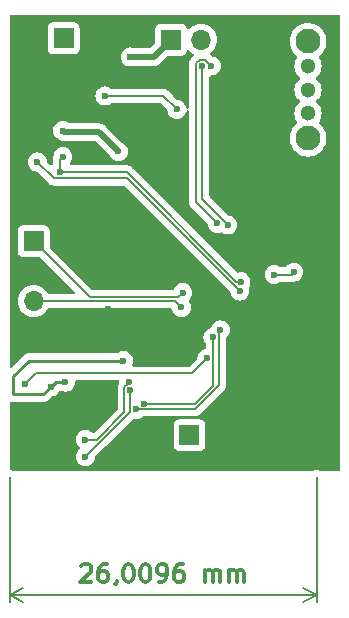
<source format=gbr>
%TF.GenerationSoftware,KiCad,Pcbnew,7.0.9*%
%TF.CreationDate,2024-08-20T21:59:07+03:00*%
%TF.ProjectId,LED-HeadBand,4c45442d-4865-4616-9442-616e642e6b69,rev?*%
%TF.SameCoordinates,Original*%
%TF.FileFunction,Copper,L2,Bot*%
%TF.FilePolarity,Positive*%
%FSLAX46Y46*%
G04 Gerber Fmt 4.6, Leading zero omitted, Abs format (unit mm)*
G04 Created by KiCad (PCBNEW 7.0.9) date 2024-08-20 21:59:07*
%MOMM*%
%LPD*%
G01*
G04 APERTURE LIST*
%ADD10C,0.300000*%
%TA.AperFunction,NonConductor*%
%ADD11C,0.300000*%
%TD*%
%TA.AperFunction,NonConductor*%
%ADD12C,0.200000*%
%TD*%
%TA.AperFunction,ComponentPad*%
%ADD13O,2.000000X1.000000*%
%TD*%
%TA.AperFunction,ComponentPad*%
%ADD14O,1.800000X1.000000*%
%TD*%
%TA.AperFunction,ComponentPad*%
%ADD15R,1.700000X1.700000*%
%TD*%
%TA.AperFunction,ComponentPad*%
%ADD16O,1.700000X1.700000*%
%TD*%
%TA.AperFunction,ComponentPad*%
%ADD17C,2.100000*%
%TD*%
%TA.AperFunction,ComponentPad*%
%ADD18C,1.300000*%
%TD*%
%TA.AperFunction,ComponentPad*%
%ADD19R,1.676403X1.676403*%
%TD*%
%TA.AperFunction,ComponentPad*%
%ADD20C,1.676403*%
%TD*%
%TA.AperFunction,ViaPad*%
%ADD21C,0.600000*%
%TD*%
%TA.AperFunction,Conductor*%
%ADD22C,0.150000*%
%TD*%
%TA.AperFunction,Conductor*%
%ADD23C,0.250000*%
%TD*%
%TA.AperFunction,Conductor*%
%ADD24C,0.500000*%
%TD*%
%TA.AperFunction,Conductor*%
%ADD25C,0.200000*%
%TD*%
G04 APERTURE END LIST*
D10*
D11*
X130079030Y-72044785D02*
X130150458Y-71973357D01*
X130150458Y-71973357D02*
X130293316Y-71901928D01*
X130293316Y-71901928D02*
X130650458Y-71901928D01*
X130650458Y-71901928D02*
X130793316Y-71973357D01*
X130793316Y-71973357D02*
X130864744Y-72044785D01*
X130864744Y-72044785D02*
X130936173Y-72187642D01*
X130936173Y-72187642D02*
X130936173Y-72330500D01*
X130936173Y-72330500D02*
X130864744Y-72544785D01*
X130864744Y-72544785D02*
X130007601Y-73401928D01*
X130007601Y-73401928D02*
X130936173Y-73401928D01*
X132221887Y-71901928D02*
X131936172Y-71901928D01*
X131936172Y-71901928D02*
X131793315Y-71973357D01*
X131793315Y-71973357D02*
X131721887Y-72044785D01*
X131721887Y-72044785D02*
X131579029Y-72259071D01*
X131579029Y-72259071D02*
X131507601Y-72544785D01*
X131507601Y-72544785D02*
X131507601Y-73116214D01*
X131507601Y-73116214D02*
X131579029Y-73259071D01*
X131579029Y-73259071D02*
X131650458Y-73330500D01*
X131650458Y-73330500D02*
X131793315Y-73401928D01*
X131793315Y-73401928D02*
X132079029Y-73401928D01*
X132079029Y-73401928D02*
X132221887Y-73330500D01*
X132221887Y-73330500D02*
X132293315Y-73259071D01*
X132293315Y-73259071D02*
X132364744Y-73116214D01*
X132364744Y-73116214D02*
X132364744Y-72759071D01*
X132364744Y-72759071D02*
X132293315Y-72616214D01*
X132293315Y-72616214D02*
X132221887Y-72544785D01*
X132221887Y-72544785D02*
X132079029Y-72473357D01*
X132079029Y-72473357D02*
X131793315Y-72473357D01*
X131793315Y-72473357D02*
X131650458Y-72544785D01*
X131650458Y-72544785D02*
X131579029Y-72616214D01*
X131579029Y-72616214D02*
X131507601Y-72759071D01*
X133079029Y-73330500D02*
X133079029Y-73401928D01*
X133079029Y-73401928D02*
X133007600Y-73544785D01*
X133007600Y-73544785D02*
X132936172Y-73616214D01*
X134007601Y-71901928D02*
X134150458Y-71901928D01*
X134150458Y-71901928D02*
X134293315Y-71973357D01*
X134293315Y-71973357D02*
X134364744Y-72044785D01*
X134364744Y-72044785D02*
X134436172Y-72187642D01*
X134436172Y-72187642D02*
X134507601Y-72473357D01*
X134507601Y-72473357D02*
X134507601Y-72830500D01*
X134507601Y-72830500D02*
X134436172Y-73116214D01*
X134436172Y-73116214D02*
X134364744Y-73259071D01*
X134364744Y-73259071D02*
X134293315Y-73330500D01*
X134293315Y-73330500D02*
X134150458Y-73401928D01*
X134150458Y-73401928D02*
X134007601Y-73401928D01*
X134007601Y-73401928D02*
X133864744Y-73330500D01*
X133864744Y-73330500D02*
X133793315Y-73259071D01*
X133793315Y-73259071D02*
X133721886Y-73116214D01*
X133721886Y-73116214D02*
X133650458Y-72830500D01*
X133650458Y-72830500D02*
X133650458Y-72473357D01*
X133650458Y-72473357D02*
X133721886Y-72187642D01*
X133721886Y-72187642D02*
X133793315Y-72044785D01*
X133793315Y-72044785D02*
X133864744Y-71973357D01*
X133864744Y-71973357D02*
X134007601Y-71901928D01*
X135436172Y-71901928D02*
X135579029Y-71901928D01*
X135579029Y-71901928D02*
X135721886Y-71973357D01*
X135721886Y-71973357D02*
X135793315Y-72044785D01*
X135793315Y-72044785D02*
X135864743Y-72187642D01*
X135864743Y-72187642D02*
X135936172Y-72473357D01*
X135936172Y-72473357D02*
X135936172Y-72830500D01*
X135936172Y-72830500D02*
X135864743Y-73116214D01*
X135864743Y-73116214D02*
X135793315Y-73259071D01*
X135793315Y-73259071D02*
X135721886Y-73330500D01*
X135721886Y-73330500D02*
X135579029Y-73401928D01*
X135579029Y-73401928D02*
X135436172Y-73401928D01*
X135436172Y-73401928D02*
X135293315Y-73330500D01*
X135293315Y-73330500D02*
X135221886Y-73259071D01*
X135221886Y-73259071D02*
X135150457Y-73116214D01*
X135150457Y-73116214D02*
X135079029Y-72830500D01*
X135079029Y-72830500D02*
X135079029Y-72473357D01*
X135079029Y-72473357D02*
X135150457Y-72187642D01*
X135150457Y-72187642D02*
X135221886Y-72044785D01*
X135221886Y-72044785D02*
X135293315Y-71973357D01*
X135293315Y-71973357D02*
X135436172Y-71901928D01*
X136650457Y-73401928D02*
X136936171Y-73401928D01*
X136936171Y-73401928D02*
X137079028Y-73330500D01*
X137079028Y-73330500D02*
X137150457Y-73259071D01*
X137150457Y-73259071D02*
X137293314Y-73044785D01*
X137293314Y-73044785D02*
X137364743Y-72759071D01*
X137364743Y-72759071D02*
X137364743Y-72187642D01*
X137364743Y-72187642D02*
X137293314Y-72044785D01*
X137293314Y-72044785D02*
X137221886Y-71973357D01*
X137221886Y-71973357D02*
X137079028Y-71901928D01*
X137079028Y-71901928D02*
X136793314Y-71901928D01*
X136793314Y-71901928D02*
X136650457Y-71973357D01*
X136650457Y-71973357D02*
X136579028Y-72044785D01*
X136579028Y-72044785D02*
X136507600Y-72187642D01*
X136507600Y-72187642D02*
X136507600Y-72544785D01*
X136507600Y-72544785D02*
X136579028Y-72687642D01*
X136579028Y-72687642D02*
X136650457Y-72759071D01*
X136650457Y-72759071D02*
X136793314Y-72830500D01*
X136793314Y-72830500D02*
X137079028Y-72830500D01*
X137079028Y-72830500D02*
X137221886Y-72759071D01*
X137221886Y-72759071D02*
X137293314Y-72687642D01*
X137293314Y-72687642D02*
X137364743Y-72544785D01*
X138650457Y-71901928D02*
X138364742Y-71901928D01*
X138364742Y-71901928D02*
X138221885Y-71973357D01*
X138221885Y-71973357D02*
X138150457Y-72044785D01*
X138150457Y-72044785D02*
X138007599Y-72259071D01*
X138007599Y-72259071D02*
X137936171Y-72544785D01*
X137936171Y-72544785D02*
X137936171Y-73116214D01*
X137936171Y-73116214D02*
X138007599Y-73259071D01*
X138007599Y-73259071D02*
X138079028Y-73330500D01*
X138079028Y-73330500D02*
X138221885Y-73401928D01*
X138221885Y-73401928D02*
X138507599Y-73401928D01*
X138507599Y-73401928D02*
X138650457Y-73330500D01*
X138650457Y-73330500D02*
X138721885Y-73259071D01*
X138721885Y-73259071D02*
X138793314Y-73116214D01*
X138793314Y-73116214D02*
X138793314Y-72759071D01*
X138793314Y-72759071D02*
X138721885Y-72616214D01*
X138721885Y-72616214D02*
X138650457Y-72544785D01*
X138650457Y-72544785D02*
X138507599Y-72473357D01*
X138507599Y-72473357D02*
X138221885Y-72473357D01*
X138221885Y-72473357D02*
X138079028Y-72544785D01*
X138079028Y-72544785D02*
X138007599Y-72616214D01*
X138007599Y-72616214D02*
X137936171Y-72759071D01*
X140579027Y-73401928D02*
X140579027Y-72401928D01*
X140579027Y-72544785D02*
X140650456Y-72473357D01*
X140650456Y-72473357D02*
X140793313Y-72401928D01*
X140793313Y-72401928D02*
X141007599Y-72401928D01*
X141007599Y-72401928D02*
X141150456Y-72473357D01*
X141150456Y-72473357D02*
X141221885Y-72616214D01*
X141221885Y-72616214D02*
X141221885Y-73401928D01*
X141221885Y-72616214D02*
X141293313Y-72473357D01*
X141293313Y-72473357D02*
X141436170Y-72401928D01*
X141436170Y-72401928D02*
X141650456Y-72401928D01*
X141650456Y-72401928D02*
X141793313Y-72473357D01*
X141793313Y-72473357D02*
X141864742Y-72616214D01*
X141864742Y-72616214D02*
X141864742Y-73401928D01*
X142579027Y-73401928D02*
X142579027Y-72401928D01*
X142579027Y-72544785D02*
X142650456Y-72473357D01*
X142650456Y-72473357D02*
X142793313Y-72401928D01*
X142793313Y-72401928D02*
X143007599Y-72401928D01*
X143007599Y-72401928D02*
X143150456Y-72473357D01*
X143150456Y-72473357D02*
X143221885Y-72616214D01*
X143221885Y-72616214D02*
X143221885Y-73401928D01*
X143221885Y-72616214D02*
X143293313Y-72473357D01*
X143293313Y-72473357D02*
X143436170Y-72401928D01*
X143436170Y-72401928D02*
X143650456Y-72401928D01*
X143650456Y-72401928D02*
X143793313Y-72473357D01*
X143793313Y-72473357D02*
X143864742Y-72616214D01*
X143864742Y-72616214D02*
X143864742Y-73401928D01*
D12*
X124002800Y-64508000D02*
X124002800Y-75110020D01*
X150012400Y-64508000D02*
X150012400Y-75110020D01*
X124002800Y-74523600D02*
X150012400Y-74523600D01*
X124002800Y-74523600D02*
X150012400Y-74523600D01*
X124002800Y-74523600D02*
X125129304Y-73937179D01*
X124002800Y-74523600D02*
X125129304Y-75110021D01*
X150012400Y-74523600D02*
X148885896Y-75110021D01*
X150012400Y-74523600D02*
X148885896Y-73937179D01*
D13*
%TO.P,U6,1,EP*%
%TO.N,GND*%
X129506075Y-33309959D03*
%TO.P,U6,2,EP*%
X129506075Y-41950041D03*
D14*
%TO.P,U6,3,EP*%
X125325988Y-33309959D03*
%TO.P,U6,4,EP*%
X125325988Y-41950041D03*
%TD*%
D15*
%TO.P,J2,1,Pin_1*%
%TO.N,/Diode_power*%
X137685000Y-27490000D03*
D16*
%TO.P,J2,2,Pin_2*%
%TO.N,/Diode_Cont*%
X140225000Y-27490000D03*
%TO.P,J2,3,Pin_3*%
%TO.N,GND*%
X142765000Y-27490000D03*
%TD*%
D17*
%TO.P,SW2,*%
%TO.N,*%
X149280000Y-35830000D03*
X149280000Y-27630000D03*
D18*
%TO.P,SW2,1,A*%
%TO.N,Net-(SW2A-A)*%
X149280000Y-33730000D03*
%TO.P,SW2,2,B*%
%TO.N,+BATT*%
X149280000Y-31730000D03*
%TO.P,SW2,3,C*%
%TO.N,unconnected-(SW2A-C-Pad3)*%
X149280000Y-29730000D03*
%TD*%
D15*
%TO.P,J1,1,Pin_1*%
%TO.N,/SWCLK*%
X126040000Y-44540000D03*
D16*
%TO.P,J1,2,Pin_2*%
%TO.N,GND*%
X126040000Y-47080000D03*
%TO.P,J1,3,Pin_3*%
%TO.N,/SWDIO*%
X126040000Y-49620000D03*
%TD*%
D15*
%TO.P,BT1,1,+*%
%TO.N,+BATT*%
X128579800Y-27381200D03*
D16*
%TO.P,BT1,2,-*%
%TO.N,GND*%
X126039800Y-27381200D03*
%TD*%
D19*
%TO.P,U7,1,1*%
%TO.N,Net-(C19-Pad1)*%
X139239994Y-60990000D03*
D20*
%TO.P,U7,2,2*%
%TO.N,GND*%
X141780000Y-60990000D03*
%TD*%
D21*
%TO.N,GND*%
X144018000Y-35433000D03*
X127254000Y-29337000D03*
X143510000Y-39624000D03*
X142113000Y-32893000D03*
X134239000Y-31115000D03*
X131064000Y-33020000D03*
X136144000Y-39370000D03*
X146685000Y-52324000D03*
X138498100Y-46244660D03*
X140081000Y-47498000D03*
X136525000Y-44323000D03*
X144907000Y-30480000D03*
X147447000Y-62738000D03*
X150622000Y-62738000D03*
X150622000Y-59944000D03*
X146685000Y-45466000D03*
X132334000Y-50292000D03*
X131064000Y-58062500D03*
%TO.N,/Diode_power*%
X134239000Y-28956000D03*
%TO.N,/MOSFET_Controll*%
X141097000Y-29718000D03*
X141605000Y-43053000D03*
%TO.N,/Diode_Cont*%
X142494000Y-43180000D03*
X140335000Y-29718000D03*
%TO.N,Net-(U5-STAT)*%
X138176000Y-33401000D03*
X132080000Y-32258000D03*
%TO.N,+5V*%
X128509711Y-35192879D03*
X133223000Y-36957000D03*
%TO.N,/USB_DP*%
X128524000Y-37406436D03*
%TO.N,/USB_DM*%
X126365000Y-37846000D03*
X143506146Y-48771854D03*
%TO.N,/USB_DP*%
X128270000Y-38716500D03*
X143599565Y-47990665D03*
%TO.N,/QSPI_SCLK*%
X148082000Y-47174002D03*
X146424958Y-47377042D03*
%TO.N,/SWCLK*%
X138658999Y-48920001D03*
%TO.N,/SWDIO*%
X138557000Y-50165000D03*
%TO.N,+3.3V*%
X128736628Y-56484519D03*
X133650000Y-54660000D03*
X127508000Y-56896000D03*
%TO.N,/MICOUT*%
X125349000Y-56642000D03*
X140716785Y-54483000D03*
%TO.N,/GAIN*%
X135382000Y-58299500D03*
X141230500Y-52705000D03*
%TO.N,/A{slash}R*%
X141859000Y-52070000D03*
X134747000Y-58801000D03*
%TO.N,/TH*%
X130429000Y-61345000D03*
X134096521Y-56437606D03*
%TO.N,/MICBIAS*%
X134239000Y-57150000D03*
X130429000Y-62795000D03*
%TD*%
D22*
%TO.N,GND*%
X132588000Y-50292000D02*
X132842000Y-50546000D01*
X132334000Y-50292000D02*
X132588000Y-50292000D01*
D23*
%TO.N,+3.3V*%
X126873000Y-57531000D02*
X127508000Y-56896000D01*
X124333000Y-57531000D02*
X126873000Y-57531000D01*
X124333000Y-56007000D02*
X124333000Y-57531000D01*
X125680000Y-54660000D02*
X124333000Y-56007000D01*
X133650000Y-54660000D02*
X125680000Y-54660000D01*
D24*
%TO.N,/Diode_power*%
X136219000Y-28956000D02*
X137685000Y-27490000D01*
X134239000Y-28956000D02*
X136219000Y-28956000D01*
D25*
%TO.N,/MOSFET_Controll*%
X140570000Y-29191000D02*
X141097000Y-29718000D01*
X139808000Y-41256000D02*
X139808000Y-29483000D01*
X140100000Y-29191000D02*
X140570000Y-29191000D01*
X141605000Y-43053000D02*
X139808000Y-41256000D01*
X139808000Y-29483000D02*
X140100000Y-29191000D01*
%TO.N,/Diode_Cont*%
X140335000Y-41021000D02*
X142494000Y-43180000D01*
X140335000Y-29718000D02*
X140335000Y-41021000D01*
%TO.N,Net-(U5-STAT)*%
X137033000Y-32258000D02*
X138176000Y-33401000D01*
X132080000Y-32258000D02*
X137033000Y-32258000D01*
D24*
%TO.N,+5V*%
X128656827Y-35339995D02*
X128509711Y-35192879D01*
X131605995Y-35339995D02*
X128656827Y-35339995D01*
X133223000Y-36957000D02*
X131605995Y-35339995D01*
D25*
%TO.N,/USB_DP*%
X128270000Y-37660436D02*
X128524000Y-37406436D01*
X128270000Y-38716500D02*
X128270000Y-37660436D01*
X143215558Y-47990665D02*
X143599565Y-47990665D01*
X133959893Y-38735000D02*
X143215558Y-47990665D01*
X128288500Y-38735000D02*
X133959893Y-38735000D01*
X128270000Y-38716500D02*
X128288500Y-38735000D01*
%TO.N,/USB_DM*%
X133977292Y-39243000D02*
X143506146Y-48771854D01*
X127762000Y-39243000D02*
X133977292Y-39243000D01*
X126365000Y-37846000D02*
X127762000Y-39243000D01*
%TO.N,/QSPI_SCLK*%
X147878960Y-47377042D02*
X148082000Y-47174002D01*
X146424958Y-47377042D02*
X147878960Y-47377042D01*
D22*
%TO.N,/SWCLK*%
X138303000Y-49276000D02*
X130776000Y-49276000D01*
X138658999Y-48920001D02*
X138303000Y-49276000D01*
X130776000Y-49276000D02*
X126040000Y-44540000D01*
%TO.N,/SWDIO*%
X138557000Y-50165000D02*
X138012000Y-49620000D01*
X138012000Y-49620000D02*
X126040000Y-49620000D01*
D23*
%TO.N,+3.3V*%
X128736628Y-56484519D02*
X127919481Y-56484519D01*
X127919481Y-56484519D02*
X127508000Y-56896000D01*
D22*
%TO.N,/MICOUT*%
X139446785Y-55753000D02*
X140716785Y-54483000D01*
X125349000Y-56642000D02*
X126238000Y-55753000D01*
X126238000Y-55753000D02*
X139446785Y-55753000D01*
%TO.N,/GAIN*%
X141218285Y-56774715D02*
X139693500Y-58299500D01*
X139693500Y-58299500D02*
X135382000Y-58299500D01*
X141230500Y-52705000D02*
X141218285Y-52717215D01*
X141218285Y-52717215D02*
X141218285Y-56774715D01*
%TO.N,/A{slash}R*%
X139700000Y-58801000D02*
X134747000Y-58801000D01*
X141732000Y-56769000D02*
X139700000Y-58801000D01*
X141859000Y-52070000D02*
X141732000Y-52197000D01*
X141732000Y-52197000D02*
X141732000Y-56769000D01*
%TO.N,/TH*%
X131441000Y-61345000D02*
X130429000Y-61345000D01*
X133737000Y-59049000D02*
X131441000Y-61345000D01*
X133737000Y-56942064D02*
X133737000Y-59049000D01*
X134031064Y-56648000D02*
X133737000Y-56942064D01*
X134096521Y-56648000D02*
X134031064Y-56648000D01*
X134096521Y-56437606D02*
X134096521Y-56648000D01*
%TO.N,/MICBIAS*%
X134239000Y-58985000D02*
X134239000Y-57150000D01*
X130429000Y-62795000D02*
X134239000Y-58985000D01*
%TD*%
%TA.AperFunction,Conductor*%
%TO.N,GND*%
G36*
X151942539Y-25420185D02*
G01*
X151988294Y-25472989D01*
X151999500Y-25524500D01*
X151999500Y-63875500D01*
X151979815Y-63942539D01*
X151927011Y-63988294D01*
X151875500Y-63999500D01*
X150376242Y-63999500D01*
X150323273Y-63985307D01*
X150322749Y-63986574D01*
X150169162Y-63922956D01*
X150169160Y-63922955D01*
X150012401Y-63902318D01*
X150012399Y-63902318D01*
X149855639Y-63922955D01*
X149855637Y-63922956D01*
X149702051Y-63986574D01*
X149701526Y-63985307D01*
X149648558Y-63999500D01*
X124366642Y-63999500D01*
X124313673Y-63985307D01*
X124313149Y-63986574D01*
X124206839Y-63942539D01*
X124159562Y-63922956D01*
X124110613Y-63916511D01*
X124046718Y-63888245D01*
X124008247Y-63829921D01*
X124002800Y-63793573D01*
X124002800Y-58254680D01*
X124022485Y-58187641D01*
X124075289Y-58141886D01*
X124144447Y-58131942D01*
X124150036Y-58132877D01*
X124194577Y-58141374D01*
X124198362Y-58142219D01*
X124253981Y-58156500D01*
X124262153Y-58156500D01*
X124285385Y-58158696D01*
X124286989Y-58159001D01*
X124293412Y-58160227D01*
X124350724Y-58156621D01*
X124354597Y-58156500D01*
X126790257Y-58156500D01*
X126805877Y-58158224D01*
X126805904Y-58157939D01*
X126813660Y-58158671D01*
X126813667Y-58158673D01*
X126882814Y-58156500D01*
X126912350Y-58156500D01*
X126919228Y-58155630D01*
X126925041Y-58155172D01*
X126971627Y-58153709D01*
X126990869Y-58148117D01*
X127009912Y-58144174D01*
X127029792Y-58141664D01*
X127073122Y-58124507D01*
X127078646Y-58122617D01*
X127082396Y-58121527D01*
X127123390Y-58109618D01*
X127140629Y-58099422D01*
X127158103Y-58090862D01*
X127176727Y-58083488D01*
X127176727Y-58083487D01*
X127176732Y-58083486D01*
X127214449Y-58056082D01*
X127219305Y-58052892D01*
X127259420Y-58029170D01*
X127273589Y-58014999D01*
X127288379Y-58002368D01*
X127304587Y-57990594D01*
X127334299Y-57954676D01*
X127338212Y-57950376D01*
X127566379Y-57722209D01*
X127627700Y-57688726D01*
X127640156Y-57686674D01*
X127687255Y-57681368D01*
X127857522Y-57621789D01*
X128010262Y-57525816D01*
X128137816Y-57398262D01*
X128227435Y-57255633D01*
X128279769Y-57209344D01*
X128348822Y-57198696D01*
X128380477Y-57208165D01*
X128380533Y-57208008D01*
X128383959Y-57209207D01*
X128386226Y-57209885D01*
X128387100Y-57210305D01*
X128387102Y-57210305D01*
X128387106Y-57210308D01*
X128557373Y-57269887D01*
X128557378Y-57269888D01*
X128736624Y-57290084D01*
X128736628Y-57290084D01*
X128736632Y-57290084D01*
X128915877Y-57269888D01*
X128915880Y-57269887D01*
X128915883Y-57269887D01*
X129086150Y-57210308D01*
X129238890Y-57114335D01*
X129366444Y-56986781D01*
X129462417Y-56834041D01*
X129521996Y-56663774D01*
X129521997Y-56663768D01*
X129542193Y-56484522D01*
X129542193Y-56484515D01*
X129540150Y-56466383D01*
X129552204Y-56397562D01*
X129599554Y-56346182D01*
X129663370Y-56328500D01*
X133167850Y-56328500D01*
X133234889Y-56348185D01*
X133280644Y-56400989D01*
X133291070Y-56438618D01*
X133299149Y-56510329D01*
X133287094Y-56579151D01*
X133274307Y-56599695D01*
X133261136Y-56616861D01*
X133255291Y-56624478D01*
X133234300Y-56651833D01*
X133176313Y-56791827D01*
X133176313Y-56791828D01*
X133163940Y-56885815D01*
X133160957Y-56908470D01*
X133160955Y-56908483D01*
X133159540Y-56919236D01*
X133156535Y-56942064D01*
X133160311Y-56970750D01*
X133160969Y-56975742D01*
X133161500Y-56983844D01*
X133161500Y-58759258D01*
X133141815Y-58826297D01*
X133125181Y-58846939D01*
X131238939Y-60733181D01*
X131177616Y-60766666D01*
X131151258Y-60769500D01*
X131036940Y-60769500D01*
X130969901Y-60749815D01*
X130949259Y-60733181D01*
X130931262Y-60715184D01*
X130778523Y-60619211D01*
X130608254Y-60559631D01*
X130608249Y-60559630D01*
X130429004Y-60539435D01*
X130428996Y-60539435D01*
X130249750Y-60559630D01*
X130249745Y-60559631D01*
X130079476Y-60619211D01*
X129926737Y-60715184D01*
X129799184Y-60842737D01*
X129703211Y-60995476D01*
X129643631Y-61165745D01*
X129643630Y-61165750D01*
X129623435Y-61344996D01*
X129623435Y-61345003D01*
X129643630Y-61524249D01*
X129643631Y-61524254D01*
X129703211Y-61694523D01*
X129799184Y-61847262D01*
X129931662Y-61979740D01*
X129930230Y-61981171D01*
X129964673Y-62030258D01*
X129967513Y-62100070D01*
X129932158Y-62160335D01*
X129927877Y-62164044D01*
X129799184Y-62292737D01*
X129703211Y-62445476D01*
X129643631Y-62615745D01*
X129643630Y-62615750D01*
X129623435Y-62794996D01*
X129623435Y-62795003D01*
X129643630Y-62974249D01*
X129643631Y-62974254D01*
X129703211Y-63144523D01*
X129799184Y-63297262D01*
X129926738Y-63424816D01*
X130079478Y-63520789D01*
X130249745Y-63580368D01*
X130249750Y-63580369D01*
X130428996Y-63600565D01*
X130429000Y-63600565D01*
X130429004Y-63600565D01*
X130608249Y-63580369D01*
X130608252Y-63580368D01*
X130608255Y-63580368D01*
X130778522Y-63520789D01*
X130931262Y-63424816D01*
X131058816Y-63297262D01*
X131154789Y-63144522D01*
X131214368Y-62974255D01*
X131228651Y-62847485D01*
X131255717Y-62783072D01*
X131264180Y-62773698D01*
X132161806Y-61876072D01*
X137901292Y-61876072D01*
X137901293Y-61876078D01*
X137907700Y-61935685D01*
X137957994Y-62070530D01*
X137957998Y-62070537D01*
X138044244Y-62185746D01*
X138044247Y-62185749D01*
X138159456Y-62271995D01*
X138159463Y-62271999D01*
X138294309Y-62322293D01*
X138294308Y-62322293D01*
X138301236Y-62323037D01*
X138353919Y-62328702D01*
X140126068Y-62328701D01*
X140185679Y-62322293D01*
X140320527Y-62271998D01*
X140435742Y-62185748D01*
X140521992Y-62070533D01*
X140572287Y-61935685D01*
X140578696Y-61876075D01*
X140578695Y-60103926D01*
X140572287Y-60044315D01*
X140521992Y-59909467D01*
X140521991Y-59909466D01*
X140521989Y-59909462D01*
X140435743Y-59794253D01*
X140435740Y-59794250D01*
X140320531Y-59708004D01*
X140320524Y-59708000D01*
X140185678Y-59657706D01*
X140185679Y-59657706D01*
X140126079Y-59651299D01*
X140126077Y-59651298D01*
X140126069Y-59651298D01*
X140126060Y-59651298D01*
X138353921Y-59651298D01*
X138353915Y-59651299D01*
X138294308Y-59657706D01*
X138159463Y-59708000D01*
X138159456Y-59708004D01*
X138044247Y-59794250D01*
X138044244Y-59794253D01*
X137957998Y-59909462D01*
X137957994Y-59909469D01*
X137907700Y-60044315D01*
X137901293Y-60103914D01*
X137901293Y-60103921D01*
X137901292Y-60103933D01*
X137901292Y-61876072D01*
X132161806Y-61876072D01*
X134426548Y-59611330D01*
X134487869Y-59577847D01*
X134555181Y-59581971D01*
X134567745Y-59586368D01*
X134567750Y-59586368D01*
X134567752Y-59586369D01*
X134746996Y-59606565D01*
X134747000Y-59606565D01*
X134747004Y-59606565D01*
X134926249Y-59586369D01*
X134926252Y-59586368D01*
X134926255Y-59586368D01*
X135096522Y-59526789D01*
X135249262Y-59430816D01*
X135267259Y-59412819D01*
X135328582Y-59379334D01*
X135354940Y-59376500D01*
X139658219Y-59376500D01*
X139666317Y-59377030D01*
X139683813Y-59379334D01*
X139699999Y-59381465D01*
X139700000Y-59381465D01*
X139735785Y-59376754D01*
X139735809Y-59376751D01*
X139737715Y-59376500D01*
X139737720Y-59376500D01*
X139850236Y-59361687D01*
X139990233Y-59303698D01*
X140027329Y-59275233D01*
X140080268Y-59234612D01*
X140080267Y-59234612D01*
X140088360Y-59228403D01*
X140088364Y-59228398D01*
X140110451Y-59211451D01*
X140131138Y-59184489D01*
X140136480Y-59178398D01*
X142109398Y-57205480D01*
X142115489Y-57200138D01*
X142142451Y-57179451D01*
X142165047Y-57150003D01*
X142165610Y-57149269D01*
X142165612Y-57149268D01*
X142234699Y-57059233D01*
X142282097Y-56944803D01*
X142292687Y-56919236D01*
X142307500Y-56806720D01*
X142307500Y-56806714D01*
X142312465Y-56769000D01*
X142308030Y-56735316D01*
X142307500Y-56727219D01*
X142307500Y-52802129D01*
X142327185Y-52735090D01*
X142356976Y-52705607D01*
X142355819Y-52704157D01*
X142361258Y-52699819D01*
X142361259Y-52699817D01*
X142361262Y-52699816D01*
X142488816Y-52572262D01*
X142584789Y-52419522D01*
X142644368Y-52249255D01*
X142649609Y-52202738D01*
X142664565Y-52070003D01*
X142664565Y-52069996D01*
X142644369Y-51890750D01*
X142644368Y-51890745D01*
X142633040Y-51858371D01*
X142584789Y-51720478D01*
X142488816Y-51567738D01*
X142361262Y-51440184D01*
X142208523Y-51344211D01*
X142038254Y-51284631D01*
X142038249Y-51284630D01*
X141859004Y-51264435D01*
X141858996Y-51264435D01*
X141679750Y-51284630D01*
X141679745Y-51284631D01*
X141509476Y-51344211D01*
X141356737Y-51440184D01*
X141229184Y-51567737D01*
X141133209Y-51720480D01*
X141084959Y-51858371D01*
X141044238Y-51915147D01*
X141008873Y-51934457D01*
X140880980Y-51979209D01*
X140728237Y-52075184D01*
X140600684Y-52202737D01*
X140504711Y-52355476D01*
X140445131Y-52525745D01*
X140445130Y-52525750D01*
X140424935Y-52704996D01*
X140424935Y-52705003D01*
X140445130Y-52884249D01*
X140445131Y-52884254D01*
X140504711Y-53054523D01*
X140600684Y-53207262D01*
X140606466Y-53213044D01*
X140639951Y-53274367D01*
X140642785Y-53300725D01*
X140642785Y-53574959D01*
X140623100Y-53641998D01*
X140570296Y-53687753D01*
X140544083Y-53695016D01*
X140544326Y-53696080D01*
X140537538Y-53697629D01*
X140367263Y-53757210D01*
X140214522Y-53853184D01*
X140086969Y-53980737D01*
X139990995Y-54133478D01*
X139931415Y-54303750D01*
X139917132Y-54430513D01*
X139890065Y-54494927D01*
X139881593Y-54504310D01*
X139244724Y-55141181D01*
X139183401Y-55174666D01*
X139157043Y-55177500D01*
X134491773Y-55177500D01*
X134424734Y-55157815D01*
X134378979Y-55105011D01*
X134369035Y-55035853D01*
X134374732Y-55012545D01*
X134435366Y-54839262D01*
X134435369Y-54839249D01*
X134455565Y-54660003D01*
X134455565Y-54659996D01*
X134435369Y-54480750D01*
X134435368Y-54480745D01*
X134375788Y-54310476D01*
X134299225Y-54188627D01*
X134279816Y-54157738D01*
X134152262Y-54030184D01*
X134128883Y-54015494D01*
X133999523Y-53934211D01*
X133829254Y-53874631D01*
X133829249Y-53874630D01*
X133650004Y-53854435D01*
X133649996Y-53854435D01*
X133470750Y-53874630D01*
X133470745Y-53874631D01*
X133300476Y-53934211D01*
X133171117Y-54015494D01*
X133105145Y-54034500D01*
X125762743Y-54034500D01*
X125747122Y-54032775D01*
X125747095Y-54033061D01*
X125739333Y-54032326D01*
X125670172Y-54034500D01*
X125640649Y-54034500D01*
X125633778Y-54035367D01*
X125627959Y-54035825D01*
X125581374Y-54037289D01*
X125581368Y-54037290D01*
X125562126Y-54042880D01*
X125543087Y-54046823D01*
X125523217Y-54049334D01*
X125523203Y-54049337D01*
X125479883Y-54066488D01*
X125474358Y-54068380D01*
X125429613Y-54081380D01*
X125429610Y-54081381D01*
X125412366Y-54091579D01*
X125394905Y-54100133D01*
X125376274Y-54107510D01*
X125376262Y-54107517D01*
X125338570Y-54134902D01*
X125333687Y-54138109D01*
X125293580Y-54161829D01*
X125279414Y-54175995D01*
X125264624Y-54188627D01*
X125248414Y-54200404D01*
X125248411Y-54200407D01*
X125218710Y-54236309D01*
X125214777Y-54240631D01*
X124214481Y-55240928D01*
X124153158Y-55274413D01*
X124083466Y-55269429D01*
X124027533Y-55227557D01*
X124003116Y-55162093D01*
X124002800Y-55153247D01*
X124002800Y-49620000D01*
X124684341Y-49620000D01*
X124704936Y-49855403D01*
X124704938Y-49855413D01*
X124766094Y-50083655D01*
X124766096Y-50083659D01*
X124766097Y-50083663D01*
X124804027Y-50165003D01*
X124865965Y-50297830D01*
X124865967Y-50297834D01*
X124898471Y-50344254D01*
X125001505Y-50491401D01*
X125168599Y-50658495D01*
X125181120Y-50667262D01*
X125362165Y-50794032D01*
X125362167Y-50794033D01*
X125362170Y-50794035D01*
X125576337Y-50893903D01*
X125804592Y-50955063D01*
X125981777Y-50970565D01*
X126039999Y-50975659D01*
X126040000Y-50975659D01*
X126040001Y-50975659D01*
X126098223Y-50970565D01*
X126275408Y-50955063D01*
X126503663Y-50893903D01*
X126717830Y-50794035D01*
X126911401Y-50658495D01*
X127078495Y-50491401D01*
X127214035Y-50297830D01*
X127228367Y-50267093D01*
X127274540Y-50214656D01*
X127340749Y-50195500D01*
X137644058Y-50195500D01*
X137711097Y-50215185D01*
X137756852Y-50267989D01*
X137767278Y-50305617D01*
X137771630Y-50344249D01*
X137831210Y-50514521D01*
X137921674Y-50658493D01*
X137927184Y-50667262D01*
X138054738Y-50794816D01*
X138207478Y-50890789D01*
X138377745Y-50950368D01*
X138377750Y-50950369D01*
X138556996Y-50970565D01*
X138557000Y-50970565D01*
X138557004Y-50970565D01*
X138736249Y-50950369D01*
X138736252Y-50950368D01*
X138736255Y-50950368D01*
X138906522Y-50890789D01*
X139059262Y-50794816D01*
X139186816Y-50667262D01*
X139282789Y-50514522D01*
X139342368Y-50344255D01*
X139342369Y-50344249D01*
X139362565Y-50165003D01*
X139362565Y-50164996D01*
X139342369Y-49985750D01*
X139342368Y-49985745D01*
X139282789Y-49815478D01*
X139186816Y-49662738D01*
X139186814Y-49662736D01*
X139185991Y-49661426D01*
X139166991Y-49594190D01*
X139187358Y-49527354D01*
X139203295Y-49507782D01*
X139288815Y-49422263D01*
X139384788Y-49269523D01*
X139444367Y-49099256D01*
X139444368Y-49099250D01*
X139464564Y-48920004D01*
X139464564Y-48919997D01*
X139444368Y-48740751D01*
X139444367Y-48740746D01*
X139392528Y-48592599D01*
X139384788Y-48570479D01*
X139288815Y-48417739D01*
X139161261Y-48290185D01*
X139008522Y-48194212D01*
X138838253Y-48134632D01*
X138838248Y-48134631D01*
X138659003Y-48114436D01*
X138658995Y-48114436D01*
X138479749Y-48134631D01*
X138479744Y-48134632D01*
X138309475Y-48194212D01*
X138156736Y-48290185D01*
X138029183Y-48417738D01*
X137933210Y-48570477D01*
X137916773Y-48617454D01*
X137876051Y-48674230D01*
X137811099Y-48699978D01*
X137799731Y-48700500D01*
X131065742Y-48700500D01*
X130998703Y-48680815D01*
X130978061Y-48664181D01*
X127426818Y-45112938D01*
X127393333Y-45051615D01*
X127390499Y-45025257D01*
X127390499Y-43642129D01*
X127390498Y-43642123D01*
X127390497Y-43642116D01*
X127384091Y-43582517D01*
X127333796Y-43447669D01*
X127333795Y-43447668D01*
X127333793Y-43447664D01*
X127247547Y-43332455D01*
X127247544Y-43332452D01*
X127132335Y-43246206D01*
X127132328Y-43246202D01*
X126997482Y-43195908D01*
X126997483Y-43195908D01*
X126937883Y-43189501D01*
X126937881Y-43189500D01*
X126937873Y-43189500D01*
X126937864Y-43189500D01*
X125142129Y-43189500D01*
X125142123Y-43189501D01*
X125082516Y-43195908D01*
X124947671Y-43246202D01*
X124947664Y-43246206D01*
X124832455Y-43332452D01*
X124832452Y-43332455D01*
X124746206Y-43447664D01*
X124746202Y-43447671D01*
X124695908Y-43582517D01*
X124689501Y-43642116D01*
X124689501Y-43642123D01*
X124689500Y-43642135D01*
X124689500Y-45437870D01*
X124689501Y-45437876D01*
X124695908Y-45497483D01*
X124746202Y-45632328D01*
X124746206Y-45632335D01*
X124832452Y-45747544D01*
X124832455Y-45747547D01*
X124947664Y-45833793D01*
X124947671Y-45833797D01*
X125082517Y-45884091D01*
X125082516Y-45884091D01*
X125089444Y-45884835D01*
X125142127Y-45890500D01*
X126525257Y-45890499D01*
X126592296Y-45910184D01*
X126612938Y-45926818D01*
X129518939Y-48832819D01*
X129552424Y-48894142D01*
X129547440Y-48963834D01*
X129505568Y-49019767D01*
X129440104Y-49044184D01*
X129431258Y-49044500D01*
X127340748Y-49044500D01*
X127273709Y-49024815D01*
X127228366Y-48972904D01*
X127214035Y-48942171D01*
X127214033Y-48942168D01*
X127214032Y-48942166D01*
X127078494Y-48748597D01*
X126911402Y-48581506D01*
X126911395Y-48581501D01*
X126717834Y-48445967D01*
X126717830Y-48445965D01*
X126650355Y-48414501D01*
X126503663Y-48346097D01*
X126503659Y-48346096D01*
X126503655Y-48346094D01*
X126275413Y-48284938D01*
X126275403Y-48284936D01*
X126040001Y-48264341D01*
X126039999Y-48264341D01*
X125804596Y-48284936D01*
X125804586Y-48284938D01*
X125576344Y-48346094D01*
X125576335Y-48346098D01*
X125362171Y-48445964D01*
X125362169Y-48445965D01*
X125168597Y-48581505D01*
X125001505Y-48748597D01*
X124865965Y-48942169D01*
X124865964Y-48942171D01*
X124766098Y-49156335D01*
X124766094Y-49156344D01*
X124704938Y-49384586D01*
X124704936Y-49384596D01*
X124684341Y-49619999D01*
X124684341Y-49620000D01*
X124002800Y-49620000D01*
X124002800Y-37846003D01*
X125559435Y-37846003D01*
X125579630Y-38025249D01*
X125579631Y-38025254D01*
X125639211Y-38195523D01*
X125726843Y-38334988D01*
X125735184Y-38348262D01*
X125862738Y-38475816D01*
X126015478Y-38571789D01*
X126185745Y-38631368D01*
X126272669Y-38641161D01*
X126337080Y-38668226D01*
X126346465Y-38676700D01*
X127306669Y-39636904D01*
X127312020Y-39643005D01*
X127333718Y-39671282D01*
X127459159Y-39767536D01*
X127605238Y-39828044D01*
X127683619Y-39838363D01*
X127761999Y-39848682D01*
X127762000Y-39848682D01*
X127797329Y-39844030D01*
X127805428Y-39843500D01*
X133677195Y-39843500D01*
X133744234Y-39863185D01*
X133764876Y-39879819D01*
X142675444Y-48790387D01*
X142708929Y-48851710D01*
X142710983Y-48864184D01*
X142720776Y-48951103D01*
X142780356Y-49121375D01*
X142802323Y-49156335D01*
X142876330Y-49274116D01*
X143003884Y-49401670D01*
X143156624Y-49497643D01*
X143305729Y-49549817D01*
X143326891Y-49557222D01*
X143326896Y-49557223D01*
X143506142Y-49577419D01*
X143506146Y-49577419D01*
X143506150Y-49577419D01*
X143685395Y-49557223D01*
X143685398Y-49557222D01*
X143685401Y-49557222D01*
X143855668Y-49497643D01*
X144008408Y-49401670D01*
X144135962Y-49274116D01*
X144231935Y-49121376D01*
X144291514Y-48951109D01*
X144292521Y-48942171D01*
X144311711Y-48771857D01*
X144311711Y-48771850D01*
X144291515Y-48592602D01*
X144266610Y-48521429D01*
X144263047Y-48451651D01*
X144278658Y-48414501D01*
X144325354Y-48340187D01*
X144384933Y-48169920D01*
X144388909Y-48134631D01*
X144405130Y-47990668D01*
X144405130Y-47990661D01*
X144384934Y-47811415D01*
X144384933Y-47811410D01*
X144325353Y-47641141D01*
X144272038Y-47556291D01*
X144229381Y-47488403D01*
X144118023Y-47377045D01*
X145619393Y-47377045D01*
X145639588Y-47556291D01*
X145639589Y-47556296D01*
X145699169Y-47726565D01*
X145747710Y-47803817D01*
X145795142Y-47879304D01*
X145922696Y-48006858D01*
X146075436Y-48102831D01*
X146166318Y-48134632D01*
X146245703Y-48162410D01*
X146245708Y-48162411D01*
X146424954Y-48182607D01*
X146424958Y-48182607D01*
X146424962Y-48182607D01*
X146604207Y-48162411D01*
X146604210Y-48162410D01*
X146604213Y-48162410D01*
X146774480Y-48102831D01*
X146927220Y-48006858D01*
X146927225Y-48006852D01*
X146930055Y-48004597D01*
X146932233Y-48003707D01*
X146933116Y-48003153D01*
X146933213Y-48003307D01*
X146994741Y-47978187D01*
X147007370Y-47977542D01*
X147835532Y-47977542D01*
X147843630Y-47978072D01*
X147878960Y-47982724D01*
X147970498Y-47970671D01*
X148000565Y-47970391D01*
X148049003Y-47975848D01*
X148081999Y-47979567D01*
X148082000Y-47979567D01*
X148082003Y-47979567D01*
X148261249Y-47959371D01*
X148261252Y-47959370D01*
X148261255Y-47959370D01*
X148431522Y-47899791D01*
X148584262Y-47803818D01*
X148711816Y-47676264D01*
X148807789Y-47523524D01*
X148867368Y-47353257D01*
X148877326Y-47264876D01*
X148887565Y-47174005D01*
X148887565Y-47173998D01*
X148867369Y-46994752D01*
X148867368Y-46994747D01*
X148807788Y-46824478D01*
X148741205Y-46718513D01*
X148711816Y-46671740D01*
X148584262Y-46544186D01*
X148431523Y-46448213D01*
X148261254Y-46388633D01*
X148261249Y-46388632D01*
X148082004Y-46368437D01*
X148081996Y-46368437D01*
X147902750Y-46388632D01*
X147902745Y-46388633D01*
X147732476Y-46448213D01*
X147579737Y-46544186D01*
X147452182Y-46671741D01*
X147452180Y-46671744D01*
X147422794Y-46718513D01*
X147370460Y-46764805D01*
X147317800Y-46776542D01*
X147007370Y-46776542D01*
X146940331Y-46756857D01*
X146930055Y-46749487D01*
X146927221Y-46747227D01*
X146927220Y-46747226D01*
X146870454Y-46711557D01*
X146774481Y-46651253D01*
X146604212Y-46591673D01*
X146604207Y-46591672D01*
X146424962Y-46571477D01*
X146424954Y-46571477D01*
X146245708Y-46591672D01*
X146245703Y-46591673D01*
X146075434Y-46651253D01*
X145922695Y-46747226D01*
X145795142Y-46874779D01*
X145699169Y-47027518D01*
X145639589Y-47197787D01*
X145639588Y-47197792D01*
X145619393Y-47377038D01*
X145619393Y-47377045D01*
X144118023Y-47377045D01*
X144101827Y-47360849D01*
X144089735Y-47353251D01*
X143949088Y-47264876D01*
X143778819Y-47205296D01*
X143778814Y-47205295D01*
X143599569Y-47185100D01*
X143599561Y-47185100D01*
X143420312Y-47205296D01*
X143389485Y-47216083D01*
X143319706Y-47219644D01*
X143260850Y-47186722D01*
X134415221Y-38341093D01*
X134409867Y-38334988D01*
X134388179Y-38306722D01*
X134388176Y-38306720D01*
X134388175Y-38306718D01*
X134262734Y-38210464D01*
X134116655Y-38149956D01*
X134108186Y-38148841D01*
X134034039Y-38139079D01*
X133959894Y-38129318D01*
X133959893Y-38129318D01*
X133924563Y-38133969D01*
X133916465Y-38134500D01*
X129227376Y-38134500D01*
X129160337Y-38114815D01*
X129114582Y-38062011D01*
X129104638Y-37992853D01*
X129133663Y-37929297D01*
X129139695Y-37922819D01*
X129153816Y-37908698D01*
X129249789Y-37755958D01*
X129309368Y-37585691D01*
X129318609Y-37503674D01*
X129329565Y-37406439D01*
X129329565Y-37406432D01*
X129309369Y-37227186D01*
X129309368Y-37227181D01*
X129305378Y-37215777D01*
X129249789Y-37056914D01*
X129153816Y-36904174D01*
X129026262Y-36776620D01*
X128873523Y-36680647D01*
X128703254Y-36621067D01*
X128703249Y-36621066D01*
X128524004Y-36600871D01*
X128523996Y-36600871D01*
X128344750Y-36621066D01*
X128344745Y-36621067D01*
X128174476Y-36680647D01*
X128021737Y-36776620D01*
X127894184Y-36904173D01*
X127798211Y-37056912D01*
X127738631Y-37227181D01*
X127738630Y-37227185D01*
X127717854Y-37411582D01*
X127709196Y-37445148D01*
X127684956Y-37503671D01*
X127664318Y-37660434D01*
X127664318Y-37660435D01*
X127668969Y-37695762D01*
X127669500Y-37703864D01*
X127669500Y-38001903D01*
X127649815Y-38068942D01*
X127597011Y-38114697D01*
X127527853Y-38124641D01*
X127464297Y-38095616D01*
X127457819Y-38089584D01*
X127195700Y-37827465D01*
X127162215Y-37766142D01*
X127160163Y-37753686D01*
X127150368Y-37666745D01*
X127090789Y-37496478D01*
X126994816Y-37343738D01*
X126867262Y-37216184D01*
X126866614Y-37215777D01*
X126714523Y-37120211D01*
X126544254Y-37060631D01*
X126544249Y-37060630D01*
X126365004Y-37040435D01*
X126364996Y-37040435D01*
X126185750Y-37060630D01*
X126185745Y-37060631D01*
X126015476Y-37120211D01*
X125862737Y-37216184D01*
X125735184Y-37343737D01*
X125639211Y-37496476D01*
X125579631Y-37666745D01*
X125579630Y-37666750D01*
X125559435Y-37845996D01*
X125559435Y-37846003D01*
X124002800Y-37846003D01*
X124002800Y-35192882D01*
X127704146Y-35192882D01*
X127724341Y-35372128D01*
X127724342Y-35372133D01*
X127783922Y-35542402D01*
X127811758Y-35586702D01*
X127879895Y-35695141D01*
X128007449Y-35822695D01*
X128160189Y-35918668D01*
X128170878Y-35922408D01*
X128209632Y-35944461D01*
X128241613Y-35971297D01*
X128241615Y-35971298D01*
X128247650Y-35975267D01*
X128247616Y-35975317D01*
X128253971Y-35979365D01*
X128254004Y-35979313D01*
X128260146Y-35983102D01*
X128260150Y-35983105D01*
X128329741Y-36015556D01*
X128398385Y-36050031D01*
X128398388Y-36050032D01*
X128398394Y-36050035D01*
X128398399Y-36050036D01*
X128405182Y-36052505D01*
X128405161Y-36052562D01*
X128412278Y-36055035D01*
X128412297Y-36054979D01*
X128419157Y-36057252D01*
X128494359Y-36072779D01*
X128569106Y-36090495D01*
X128569115Y-36090495D01*
X128576279Y-36091333D01*
X128576272Y-36091392D01*
X128583773Y-36092158D01*
X128583779Y-36092099D01*
X128590967Y-36092728D01*
X128590970Y-36092727D01*
X128590971Y-36092728D01*
X128667725Y-36090495D01*
X131243765Y-36090495D01*
X131310804Y-36110180D01*
X131331446Y-36126814D01*
X132469692Y-37265059D01*
X132492358Y-37301125D01*
X132494188Y-37300244D01*
X132497209Y-37306518D01*
X132497211Y-37306522D01*
X132593184Y-37459262D01*
X132720738Y-37586816D01*
X132873478Y-37682789D01*
X132933707Y-37703864D01*
X133043745Y-37742368D01*
X133043750Y-37742369D01*
X133222996Y-37762565D01*
X133223000Y-37762565D01*
X133223004Y-37762565D01*
X133402249Y-37742369D01*
X133402252Y-37742368D01*
X133402255Y-37742368D01*
X133572522Y-37682789D01*
X133725262Y-37586816D01*
X133852816Y-37459262D01*
X133948789Y-37306522D01*
X134008368Y-37136255D01*
X134010176Y-37120211D01*
X134028565Y-36957003D01*
X134028565Y-36956996D01*
X134008369Y-36777750D01*
X134008368Y-36777745D01*
X133953544Y-36621067D01*
X133948789Y-36607478D01*
X133852816Y-36454738D01*
X133725262Y-36327184D01*
X133572522Y-36231211D01*
X133572518Y-36231209D01*
X133566244Y-36228188D01*
X133567125Y-36226358D01*
X133531059Y-36203692D01*
X132181724Y-34854356D01*
X132169944Y-34840725D01*
X132162477Y-34830696D01*
X132155607Y-34821467D01*
X132155605Y-34821465D01*
X132115582Y-34787881D01*
X132111607Y-34784239D01*
X132108685Y-34781317D01*
X132105775Y-34778406D01*
X132080035Y-34758054D01*
X132021204Y-34708689D01*
X132015175Y-34704724D01*
X132015207Y-34704675D01*
X132008848Y-34700623D01*
X132008817Y-34700674D01*
X132002675Y-34696886D01*
X132002673Y-34696885D01*
X132002672Y-34696884D01*
X131963469Y-34678603D01*
X131933053Y-34664419D01*
X131898889Y-34647262D01*
X131864428Y-34629955D01*
X131864426Y-34629954D01*
X131864425Y-34629954D01*
X131857640Y-34627484D01*
X131857660Y-34627428D01*
X131850544Y-34624954D01*
X131850526Y-34625010D01*
X131843666Y-34622737D01*
X131815836Y-34616991D01*
X131768429Y-34607202D01*
X131719467Y-34595598D01*
X131693714Y-34589494D01*
X131686542Y-34588656D01*
X131686548Y-34588596D01*
X131679050Y-34587830D01*
X131679045Y-34587890D01*
X131671855Y-34587260D01*
X131595078Y-34589495D01*
X129088507Y-34589495D01*
X129021468Y-34569810D01*
X129012678Y-34563506D01*
X128859234Y-34467090D01*
X128688965Y-34407510D01*
X128688960Y-34407509D01*
X128509715Y-34387314D01*
X128509707Y-34387314D01*
X128330461Y-34407509D01*
X128330456Y-34407510D01*
X128160187Y-34467090D01*
X128007448Y-34563063D01*
X127879895Y-34690616D01*
X127783922Y-34843355D01*
X127724342Y-35013624D01*
X127724341Y-35013629D01*
X127704146Y-35192875D01*
X127704146Y-35192882D01*
X124002800Y-35192882D01*
X124002800Y-32258003D01*
X131274435Y-32258003D01*
X131294630Y-32437249D01*
X131294631Y-32437254D01*
X131354211Y-32607523D01*
X131382191Y-32652052D01*
X131450184Y-32760262D01*
X131577738Y-32887816D01*
X131730478Y-32983789D01*
X131900745Y-33043368D01*
X131900750Y-33043369D01*
X132079996Y-33063565D01*
X132080000Y-33063565D01*
X132080004Y-33063565D01*
X132259249Y-33043369D01*
X132259252Y-33043368D01*
X132259255Y-33043368D01*
X132429522Y-32983789D01*
X132582262Y-32887816D01*
X132582267Y-32887810D01*
X132585097Y-32885555D01*
X132587275Y-32884665D01*
X132588158Y-32884111D01*
X132588255Y-32884265D01*
X132649783Y-32859145D01*
X132662412Y-32858500D01*
X136732903Y-32858500D01*
X136799942Y-32878185D01*
X136820584Y-32894819D01*
X137345298Y-33419533D01*
X137378783Y-33480856D01*
X137380837Y-33493330D01*
X137390630Y-33580249D01*
X137450210Y-33750521D01*
X137546184Y-33903262D01*
X137673738Y-34030816D01*
X137826478Y-34126789D01*
X137885364Y-34147394D01*
X137996745Y-34186368D01*
X137996750Y-34186369D01*
X138175996Y-34206565D01*
X138176000Y-34206565D01*
X138176004Y-34206565D01*
X138355249Y-34186369D01*
X138355252Y-34186368D01*
X138355255Y-34186368D01*
X138525522Y-34126789D01*
X138678262Y-34030816D01*
X138805816Y-33903262D01*
X138901789Y-33750522D01*
X138961368Y-33580255D01*
X138961368Y-33580253D01*
X138961369Y-33580251D01*
X138962608Y-33574823D01*
X138996714Y-33513843D01*
X139058374Y-33480983D01*
X139128012Y-33486676D01*
X139183517Y-33529113D01*
X139207268Y-33594822D01*
X139207500Y-33602411D01*
X139207500Y-41212571D01*
X139206969Y-41220673D01*
X139202318Y-41255999D01*
X139202318Y-41256000D01*
X139207500Y-41295360D01*
X139222955Y-41412760D01*
X139222956Y-41412762D01*
X139283464Y-41558841D01*
X139379718Y-41684282D01*
X139407995Y-41705980D01*
X139414085Y-41711320D01*
X140097395Y-42394630D01*
X140774298Y-43071533D01*
X140807783Y-43132856D01*
X140809837Y-43145330D01*
X140819630Y-43232249D01*
X140879210Y-43402521D01*
X140907579Y-43447669D01*
X140975184Y-43555262D01*
X141102738Y-43682816D01*
X141255478Y-43778789D01*
X141344148Y-43809816D01*
X141425745Y-43838368D01*
X141425750Y-43838369D01*
X141604996Y-43858565D01*
X141605000Y-43858565D01*
X141605004Y-43858565D01*
X141784249Y-43838369D01*
X141784251Y-43838368D01*
X141784255Y-43838368D01*
X141784258Y-43838366D01*
X141784262Y-43838366D01*
X141890345Y-43801246D01*
X141960124Y-43797684D01*
X141997270Y-43813292D01*
X142144478Y-43905789D01*
X142314745Y-43965368D01*
X142314750Y-43965369D01*
X142493996Y-43985565D01*
X142494000Y-43985565D01*
X142494004Y-43985565D01*
X142673249Y-43965369D01*
X142673252Y-43965368D01*
X142673255Y-43965368D01*
X142843522Y-43905789D01*
X142996262Y-43809816D01*
X143123816Y-43682262D01*
X143219789Y-43529522D01*
X143279368Y-43359255D01*
X143282388Y-43332452D01*
X143299565Y-43180003D01*
X143299565Y-43179996D01*
X143279369Y-43000750D01*
X143279368Y-43000745D01*
X143219788Y-42830476D01*
X143123815Y-42677737D01*
X142996262Y-42550184D01*
X142843521Y-42454210D01*
X142673249Y-42394630D01*
X142586330Y-42384837D01*
X142521916Y-42357770D01*
X142512533Y-42349298D01*
X140971819Y-40808584D01*
X140938334Y-40747261D01*
X140935500Y-40720903D01*
X140935500Y-35830000D01*
X147724706Y-35830000D01*
X147743853Y-36073297D01*
X147743853Y-36073300D01*
X147743854Y-36073302D01*
X147781039Y-36228188D01*
X147800830Y-36310619D01*
X147894222Y-36536089D01*
X148021737Y-36744173D01*
X148021738Y-36744176D01*
X148021741Y-36744179D01*
X148180241Y-36929759D01*
X148309826Y-37040435D01*
X148365823Y-37088261D01*
X148365826Y-37088262D01*
X148573910Y-37215777D01*
X148799381Y-37309169D01*
X148799378Y-37309169D01*
X148799384Y-37309170D01*
X148799388Y-37309172D01*
X149036698Y-37366146D01*
X149280000Y-37385294D01*
X149523302Y-37366146D01*
X149760612Y-37309172D01*
X149986089Y-37215777D01*
X150194179Y-37088259D01*
X150379759Y-36929759D01*
X150538259Y-36744179D01*
X150665777Y-36536089D01*
X150759172Y-36310612D01*
X150816146Y-36073302D01*
X150835294Y-35830000D01*
X150816146Y-35586698D01*
X150759172Y-35349388D01*
X150694346Y-35192882D01*
X150665777Y-35123910D01*
X150538262Y-34915826D01*
X150538261Y-34915823D01*
X150476367Y-34843355D01*
X150379759Y-34730241D01*
X150259446Y-34627484D01*
X150217233Y-34591430D01*
X150179040Y-34532923D01*
X150178542Y-34463055D01*
X150198811Y-34422414D01*
X150262366Y-34338255D01*
X150327939Y-34206565D01*
X150357403Y-34147394D01*
X150357403Y-34147393D01*
X150357405Y-34147389D01*
X150415756Y-33942310D01*
X150435429Y-33730000D01*
X150415756Y-33517690D01*
X150357405Y-33312611D01*
X150357403Y-33312606D01*
X150357403Y-33312605D01*
X150262367Y-33121746D01*
X150203178Y-33043368D01*
X150133872Y-32951593D01*
X150063912Y-32887816D01*
X149991318Y-32821637D01*
X149955036Y-32761926D01*
X149956797Y-32692078D01*
X149991318Y-32638363D01*
X150133872Y-32508407D01*
X150262366Y-32338255D01*
X150262367Y-32338253D01*
X150357403Y-32147394D01*
X150357403Y-32147393D01*
X150357405Y-32147389D01*
X150415756Y-31942310D01*
X150435429Y-31730000D01*
X150415756Y-31517690D01*
X150357405Y-31312611D01*
X150357403Y-31312606D01*
X150357403Y-31312605D01*
X150262367Y-31121746D01*
X150133870Y-30951591D01*
X149991318Y-30821637D01*
X149955036Y-30761926D01*
X149956797Y-30692078D01*
X149991318Y-30638363D01*
X150058536Y-30577085D01*
X150133872Y-30508407D01*
X150262366Y-30338255D01*
X150357405Y-30147389D01*
X150415756Y-29942310D01*
X150435429Y-29730000D01*
X150415756Y-29517690D01*
X150357405Y-29312611D01*
X150357403Y-29312606D01*
X150357403Y-29312605D01*
X150262366Y-29121745D01*
X150198812Y-29037587D01*
X150174119Y-28972226D01*
X150188684Y-28903891D01*
X150217233Y-28868569D01*
X150224249Y-28862577D01*
X150379759Y-28729759D01*
X150538259Y-28544179D01*
X150665777Y-28336089D01*
X150759172Y-28110612D01*
X150816146Y-27873302D01*
X150835294Y-27630000D01*
X150816146Y-27386698D01*
X150759172Y-27149388D01*
X150665777Y-26923911D01*
X150665777Y-26923910D01*
X150538262Y-26715826D01*
X150538261Y-26715823D01*
X150502453Y-26673897D01*
X150379759Y-26530241D01*
X150224531Y-26397664D01*
X150194176Y-26371738D01*
X150194173Y-26371737D01*
X149986089Y-26244222D01*
X149760618Y-26150830D01*
X149760621Y-26150830D01*
X149654992Y-26125470D01*
X149523302Y-26093854D01*
X149523300Y-26093853D01*
X149523297Y-26093853D01*
X149280000Y-26074706D01*
X149036702Y-26093853D01*
X148799380Y-26150830D01*
X148573910Y-26244222D01*
X148365826Y-26371737D01*
X148365823Y-26371738D01*
X148180241Y-26530241D01*
X148021738Y-26715823D01*
X148021737Y-26715826D01*
X147894222Y-26923910D01*
X147800830Y-27149380D01*
X147743853Y-27386702D01*
X147724706Y-27630000D01*
X147743853Y-27873297D01*
X147743853Y-27873300D01*
X147743854Y-27873302D01*
X147763147Y-27953663D01*
X147800830Y-28110619D01*
X147894222Y-28336089D01*
X148021737Y-28544173D01*
X148021738Y-28544176D01*
X148074948Y-28606476D01*
X148180241Y-28729759D01*
X148255711Y-28794216D01*
X148342766Y-28868569D01*
X148380959Y-28927076D01*
X148381457Y-28996944D01*
X148361188Y-29037586D01*
X148297633Y-29121746D01*
X148202596Y-29312605D01*
X148202596Y-29312607D01*
X148144244Y-29517689D01*
X148126749Y-29706500D01*
X148124571Y-29730000D01*
X148144244Y-29942310D01*
X148179870Y-30067522D01*
X148202596Y-30147392D01*
X148202596Y-30147394D01*
X148297632Y-30338253D01*
X148422323Y-30503369D01*
X148426128Y-30508407D01*
X148451273Y-30531330D01*
X148568682Y-30638363D01*
X148604963Y-30698075D01*
X148603202Y-30767922D01*
X148568682Y-30821637D01*
X148426127Y-30951593D01*
X148297632Y-31121746D01*
X148202596Y-31312605D01*
X148202596Y-31312607D01*
X148144244Y-31517689D01*
X148124571Y-31729999D01*
X148124571Y-31730000D01*
X148144244Y-31942310D01*
X148202596Y-32147392D01*
X148202596Y-32147394D01*
X148297632Y-32338253D01*
X148426127Y-32508406D01*
X148568682Y-32638363D01*
X148604963Y-32698075D01*
X148603202Y-32767922D01*
X148568682Y-32821637D01*
X148426127Y-32951593D01*
X148297632Y-33121746D01*
X148202596Y-33312605D01*
X148202596Y-33312607D01*
X148144244Y-33517689D01*
X148143186Y-33529113D01*
X148124571Y-33730000D01*
X148144244Y-33942310D01*
X148196733Y-34126788D01*
X148202596Y-34147392D01*
X148202596Y-34147394D01*
X148297633Y-34338253D01*
X148297634Y-34338255D01*
X148329501Y-34380454D01*
X148361188Y-34422414D01*
X148385880Y-34487775D01*
X148371315Y-34556110D01*
X148342766Y-34591431D01*
X148180241Y-34730241D01*
X148021738Y-34915823D01*
X148021737Y-34915826D01*
X147894222Y-35123910D01*
X147800830Y-35349380D01*
X147743853Y-35586702D01*
X147724706Y-35830000D01*
X140935500Y-35830000D01*
X140935500Y-30644124D01*
X140955185Y-30577085D01*
X141007989Y-30531330D01*
X141073384Y-30520904D01*
X141087960Y-30522546D01*
X141096999Y-30523565D01*
X141097000Y-30523565D01*
X141097004Y-30523565D01*
X141276249Y-30503369D01*
X141276252Y-30503368D01*
X141276255Y-30503368D01*
X141446522Y-30443789D01*
X141599262Y-30347816D01*
X141726816Y-30220262D01*
X141822789Y-30067522D01*
X141882368Y-29897255D01*
X141882369Y-29897249D01*
X141902565Y-29718003D01*
X141902565Y-29717996D01*
X141882369Y-29538750D01*
X141882368Y-29538745D01*
X141875223Y-29518326D01*
X141822789Y-29368478D01*
X141796248Y-29326239D01*
X141726815Y-29215737D01*
X141599262Y-29088184D01*
X141446521Y-28992210D01*
X141276249Y-28932630D01*
X141189330Y-28922837D01*
X141124916Y-28895770D01*
X141115533Y-28887298D01*
X141070968Y-28842733D01*
X141025320Y-28797085D01*
X141019980Y-28790995D01*
X140998282Y-28762718D01*
X140998281Y-28762717D01*
X140994518Y-28757813D01*
X140969324Y-28692644D01*
X140983362Y-28624199D01*
X141021770Y-28580752D01*
X141096401Y-28528495D01*
X141263495Y-28361401D01*
X141399035Y-28167830D01*
X141498903Y-27953663D01*
X141560063Y-27725408D01*
X141580659Y-27490000D01*
X141560063Y-27254592D01*
X141498903Y-27026337D01*
X141399035Y-26812171D01*
X141331571Y-26715821D01*
X141263494Y-26618597D01*
X141096402Y-26451506D01*
X141096395Y-26451501D01*
X140902834Y-26315967D01*
X140902830Y-26315965D01*
X140844727Y-26288871D01*
X140688663Y-26216097D01*
X140688659Y-26216096D01*
X140688655Y-26216094D01*
X140460413Y-26154938D01*
X140460403Y-26154936D01*
X140225001Y-26134341D01*
X140224999Y-26134341D01*
X139989596Y-26154936D01*
X139989586Y-26154938D01*
X139761344Y-26216094D01*
X139761335Y-26216098D01*
X139547171Y-26315964D01*
X139547169Y-26315965D01*
X139353600Y-26451503D01*
X139231673Y-26573430D01*
X139170350Y-26606914D01*
X139100658Y-26601930D01*
X139044725Y-26560058D01*
X139027810Y-26529081D01*
X138978797Y-26397671D01*
X138978793Y-26397664D01*
X138892547Y-26282455D01*
X138892544Y-26282452D01*
X138777335Y-26196206D01*
X138777328Y-26196202D01*
X138642482Y-26145908D01*
X138642483Y-26145908D01*
X138582883Y-26139501D01*
X138582881Y-26139500D01*
X138582873Y-26139500D01*
X138582864Y-26139500D01*
X136787129Y-26139500D01*
X136787123Y-26139501D01*
X136727516Y-26145908D01*
X136592671Y-26196202D01*
X136592664Y-26196206D01*
X136477455Y-26282452D01*
X136477452Y-26282455D01*
X136391206Y-26397664D01*
X136391202Y-26397671D01*
X136340908Y-26532517D01*
X136334501Y-26592116D01*
X136334500Y-26592135D01*
X136334500Y-27727769D01*
X136314815Y-27794808D01*
X136298181Y-27815450D01*
X135944451Y-28169181D01*
X135883128Y-28202666D01*
X135856770Y-28205500D01*
X134538972Y-28205500D01*
X134498017Y-28198542D01*
X134418254Y-28170631D01*
X134418249Y-28170630D01*
X134239004Y-28150435D01*
X134238996Y-28150435D01*
X134059750Y-28170630D01*
X134059745Y-28170631D01*
X133889476Y-28230211D01*
X133736737Y-28326184D01*
X133609184Y-28453737D01*
X133513211Y-28606476D01*
X133453631Y-28776745D01*
X133453630Y-28776750D01*
X133433435Y-28955996D01*
X133433435Y-28956003D01*
X133453630Y-29135249D01*
X133453631Y-29135254D01*
X133513211Y-29305523D01*
X133552769Y-29368478D01*
X133609184Y-29458262D01*
X133736738Y-29585816D01*
X133889478Y-29681789D01*
X133979983Y-29713458D01*
X134059745Y-29741368D01*
X134059750Y-29741369D01*
X134238996Y-29761565D01*
X134239000Y-29761565D01*
X134239004Y-29761565D01*
X134418249Y-29741369D01*
X134418252Y-29741368D01*
X134418255Y-29741368D01*
X134498017Y-29713457D01*
X134538972Y-29706500D01*
X136155295Y-29706500D01*
X136173265Y-29707809D01*
X136197023Y-29711289D01*
X136249068Y-29706735D01*
X136254470Y-29706500D01*
X136262704Y-29706500D01*
X136262709Y-29706500D01*
X136274327Y-29705141D01*
X136295276Y-29702693D01*
X136308028Y-29701577D01*
X136371797Y-29695999D01*
X136371805Y-29695996D01*
X136378866Y-29694539D01*
X136378878Y-29694598D01*
X136386243Y-29692965D01*
X136386229Y-29692906D01*
X136393246Y-29691241D01*
X136393255Y-29691241D01*
X136465423Y-29664974D01*
X136538334Y-29640814D01*
X136538343Y-29640807D01*
X136544882Y-29637760D01*
X136544908Y-29637816D01*
X136551690Y-29634532D01*
X136551663Y-29634478D01*
X136558106Y-29631240D01*
X136558117Y-29631237D01*
X136622283Y-29589034D01*
X136687656Y-29548712D01*
X136687662Y-29548705D01*
X136693325Y-29544229D01*
X136693363Y-29544277D01*
X136699200Y-29539522D01*
X136699161Y-29539475D01*
X136704696Y-29534830D01*
X136757385Y-29478983D01*
X137359549Y-28876818D01*
X137420872Y-28843333D01*
X137447230Y-28840499D01*
X138582871Y-28840499D01*
X138582872Y-28840499D01*
X138642483Y-28834091D01*
X138777331Y-28783796D01*
X138892546Y-28697546D01*
X138978796Y-28582331D01*
X139027810Y-28450916D01*
X139069681Y-28394984D01*
X139135145Y-28370566D01*
X139203418Y-28385417D01*
X139231673Y-28406569D01*
X139353599Y-28528495D01*
X139439643Y-28588744D01*
X139547165Y-28664032D01*
X139551856Y-28666740D01*
X139550791Y-28668583D01*
X139596331Y-28708658D01*
X139615501Y-28775846D01*
X139595304Y-28842733D01*
X139579186Y-28862577D01*
X139414096Y-29027668D01*
X139407994Y-29033019D01*
X139379720Y-29054715D01*
X139379718Y-29054718D01*
X139337934Y-29109172D01*
X139328286Y-29121746D01*
X139283464Y-29180158D01*
X139222956Y-29326237D01*
X139222955Y-29326239D01*
X139202318Y-29482998D01*
X139202318Y-29482999D01*
X139206969Y-29518326D01*
X139207500Y-29526428D01*
X139207500Y-33199588D01*
X139187815Y-33266627D01*
X139135011Y-33312382D01*
X139065853Y-33322326D01*
X139002297Y-33293301D01*
X138964523Y-33234523D01*
X138962608Y-33227178D01*
X138961368Y-33221745D01*
X138901788Y-33051476D01*
X138859257Y-32983789D01*
X138805816Y-32898738D01*
X138678262Y-32771184D01*
X138552366Y-32692078D01*
X138525521Y-32675210D01*
X138355249Y-32615630D01*
X138268330Y-32605837D01*
X138203916Y-32578770D01*
X138194533Y-32570298D01*
X137882231Y-32257996D01*
X137488320Y-31864085D01*
X137482980Y-31857995D01*
X137461282Y-31829718D01*
X137335841Y-31733464D01*
X137327478Y-31730000D01*
X137189762Y-31672956D01*
X137189760Y-31672955D01*
X137072361Y-31657500D01*
X137033000Y-31652318D01*
X136997670Y-31656969D01*
X136989572Y-31657500D01*
X132662412Y-31657500D01*
X132595373Y-31637815D01*
X132585097Y-31630445D01*
X132582263Y-31628185D01*
X132582262Y-31628184D01*
X132525496Y-31592515D01*
X132429523Y-31532211D01*
X132259254Y-31472631D01*
X132259249Y-31472630D01*
X132080004Y-31452435D01*
X132079996Y-31452435D01*
X131900750Y-31472630D01*
X131900745Y-31472631D01*
X131730476Y-31532211D01*
X131577737Y-31628184D01*
X131450184Y-31755737D01*
X131354211Y-31908476D01*
X131294631Y-32078745D01*
X131294630Y-32078750D01*
X131274435Y-32257996D01*
X131274435Y-32258003D01*
X124002800Y-32258003D01*
X124002800Y-28279070D01*
X127229300Y-28279070D01*
X127229301Y-28279076D01*
X127235708Y-28338683D01*
X127286002Y-28473528D01*
X127286006Y-28473535D01*
X127372252Y-28588744D01*
X127372255Y-28588747D01*
X127487464Y-28674993D01*
X127487471Y-28674997D01*
X127622317Y-28725291D01*
X127622316Y-28725291D01*
X127629244Y-28726035D01*
X127681927Y-28731700D01*
X129477672Y-28731699D01*
X129537283Y-28725291D01*
X129672131Y-28674996D01*
X129787346Y-28588746D01*
X129873596Y-28473531D01*
X129923891Y-28338683D01*
X129930300Y-28279073D01*
X129930299Y-26483328D01*
X129923891Y-26423717D01*
X129914176Y-26397671D01*
X129873597Y-26288871D01*
X129873593Y-26288864D01*
X129787347Y-26173655D01*
X129787344Y-26173652D01*
X129672135Y-26087406D01*
X129672128Y-26087402D01*
X129537282Y-26037108D01*
X129537283Y-26037108D01*
X129477683Y-26030701D01*
X129477681Y-26030700D01*
X129477673Y-26030700D01*
X129477664Y-26030700D01*
X127681929Y-26030700D01*
X127681923Y-26030701D01*
X127622316Y-26037108D01*
X127487471Y-26087402D01*
X127487464Y-26087406D01*
X127372255Y-26173652D01*
X127372252Y-26173655D01*
X127286006Y-26288864D01*
X127286002Y-26288871D01*
X127235708Y-26423717D01*
X127232721Y-26451505D01*
X127229301Y-26483323D01*
X127229300Y-26483335D01*
X127229300Y-28279070D01*
X124002800Y-28279070D01*
X124002800Y-25524500D01*
X124022485Y-25457461D01*
X124075289Y-25411706D01*
X124126800Y-25400500D01*
X151875500Y-25400500D01*
X151942539Y-25420185D01*
G37*
%TD.AperFunction*%
%TD*%
M02*

</source>
